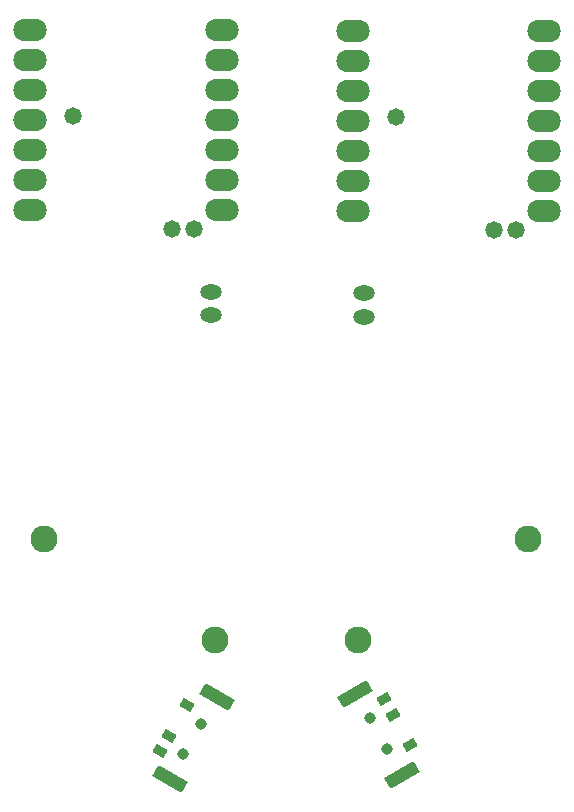
<source format=gbr>
%TF.GenerationSoftware,KiCad,Pcbnew,8.0.7*%
%TF.CreationDate,2025-01-03T21:23:36+01:00*%
%TF.ProjectId,_autosave-corne-xiao,5f617574-6f73-4617-9665-2d636f726e65,1.1*%
%TF.SameCoordinates,Original*%
%TF.FileFunction,Soldermask,Bot*%
%TF.FilePolarity,Negative*%
%FSLAX46Y46*%
G04 Gerber Fmt 4.6, Leading zero omitted, Abs format (unit mm)*
G04 Created by KiCad (PCBNEW 8.0.7) date 2025-01-03 21:23:36*
%MOMM*%
%LPD*%
G01*
G04 APERTURE LIST*
G04 Aperture macros list*
%AMRoundRect*
0 Rectangle with rounded corners*
0 $1 Rounding radius*
0 $2 $3 $4 $5 $6 $7 $8 $9 X,Y pos of 4 corners*
0 Add a 4 corners polygon primitive as box body*
4,1,4,$2,$3,$4,$5,$6,$7,$8,$9,$2,$3,0*
0 Add four circle primitives for the rounded corners*
1,1,$1+$1,$2,$3*
1,1,$1+$1,$4,$5*
1,1,$1+$1,$6,$7*
1,1,$1+$1,$8,$9*
0 Add four rect primitives between the rounded corners*
20,1,$1+$1,$2,$3,$4,$5,0*
20,1,$1+$1,$4,$5,$6,$7,0*
20,1,$1+$1,$6,$7,$8,$9,0*
20,1,$1+$1,$8,$9,$2,$3,0*%
G04 Aperture macros list end*
%ADD10O,2.826000X1.876000*%
%ADD11C,1.473000*%
%ADD12C,0.976000*%
%ADD13RoundRect,0.038000X0.258013X-0.553109X0.608013X0.053109X-0.258013X0.553109X-0.608013X-0.053109X0*%
%ADD14RoundRect,0.038000X1.462436X-0.266987X-0.962436X1.133013X-1.462436X0.266987X0.962436X-1.133013X0*%
%ADD15C,2.276000*%
%ADD16O,1.826000X1.276000*%
%ADD17RoundRect,0.038000X-0.608013X0.053109X-0.258013X-0.553109X0.608013X-0.053109X0.258013X0.553109X0*%
%ADD18RoundRect,0.038000X-0.962436X-1.133013X1.462436X0.266987X0.962436X1.133013X-1.462436X-0.266987X0*%
G04 APERTURE END LIST*
D10*
%TO.C,U1*%
X-38875200Y63723100D03*
X-38875200Y61183100D03*
X-38875200Y58643100D03*
X-38875200Y56103100D03*
X-38875200Y53563100D03*
X-38875200Y51023100D03*
X-38875200Y48483100D03*
X-22685200Y48483100D03*
X-22685200Y51023100D03*
X-22685200Y53563100D03*
X-22685200Y56103100D03*
X-22685200Y58643100D03*
X-22685200Y61183100D03*
X-22685200Y63723100D03*
D11*
X-35225200Y56420100D03*
X-26919400Y46857500D03*
X-25014400Y46857500D03*
%TD*%
D10*
%TO.C,U2*%
X-11580200Y63643100D03*
X-11580200Y61103100D03*
X-11580200Y58563100D03*
X-11580200Y56023100D03*
X-11580200Y53483100D03*
X-11580200Y50943100D03*
X-11580200Y48403100D03*
X4609800Y48403100D03*
X4609800Y50943100D03*
X4609800Y53483100D03*
X4609800Y56023100D03*
X4609800Y58563100D03*
X4609800Y61103100D03*
X4609800Y63643100D03*
D11*
X-7930200Y56340100D03*
X375600Y46777500D03*
X2280600Y46777500D03*
%TD*%
D12*
%TO.C,PSW1*%
X-24408634Y4971633D03*
X-25951936Y2398557D03*
D13*
X-25635781Y6546152D03*
X-27135781Y3948076D03*
X-27885781Y2649038D03*
D14*
X-27040333Y313397D03*
X-23065333Y7198299D03*
%TD*%
D15*
%TO.C,H7*%
X-23250600Y12105000D03*
%TD*%
%TO.C,H13*%
X3298400Y20616000D03*
%TD*%
D16*
%TO.C,B2*%
X-10604500Y39410000D03*
X-10604500Y41410000D03*
%TD*%
%TO.C,B1*%
X-23614500Y41550000D03*
X-23614500Y39550000D03*
%TD*%
D15*
%TO.C,H14*%
X-11133600Y12095000D03*
%TD*%
D12*
%TO.C,PSW2*%
X-8670366Y2878367D03*
X-10127064Y5501443D03*
D17*
X-6693219Y3153848D03*
X-8193219Y5751924D03*
X-8943219Y7050962D03*
D18*
X-11388667Y7486603D03*
X-7413667Y601701D03*
%TD*%
D15*
%TO.C,H6*%
X-37682600Y20626000D03*
%TD*%
M02*

</source>
